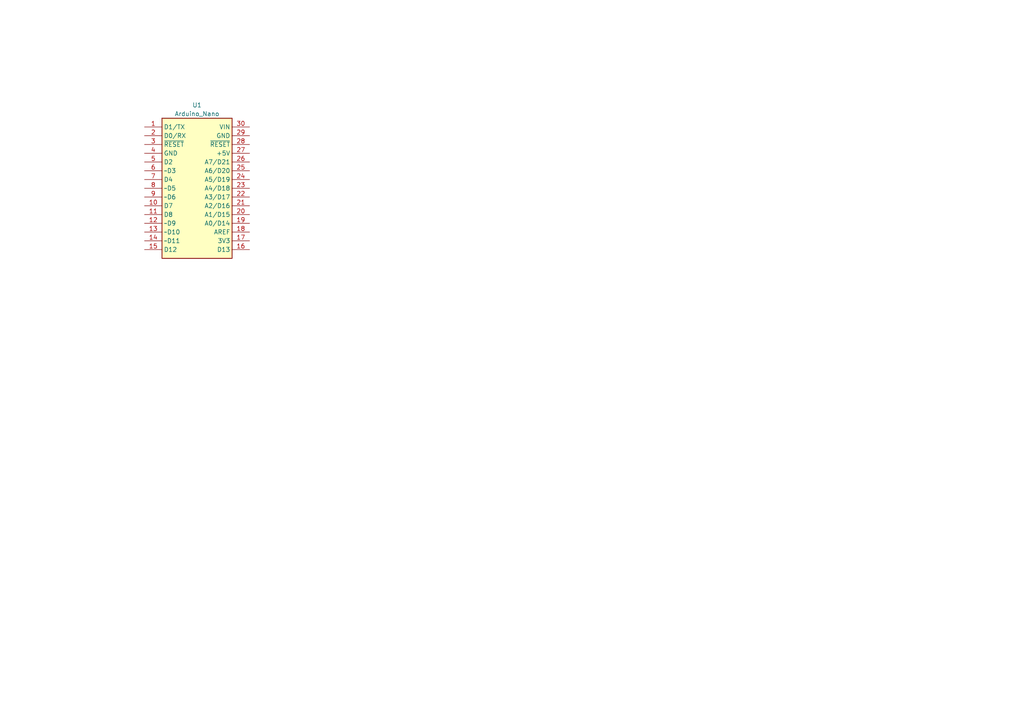
<source format=kicad_sch>
(kicad_sch (version 20230121) (generator eeschema)
  (paper "A4")
  (lib_symbols
    (symbol "delta_flop_pre:Arduino_Nano"
      (property "Reference" "U1" (at 0 25.4 0))
      (property "Value" "Arduino_Nano" (at 0 22.86 0))
      (symbol "Arduino_Nano_0_1"
        (rectangle (start -10.16 20.32) (end 10.16 -20.32) (stroke (width 0.254)) (fill (type background)))
      )
      (symbol "Arduino_Nano_1_1"
        (pin bidirectional line (at -15.24 17.78 0) (length 5.08) (name "D1/TX") (number "1"))
        (pin bidirectional line (at -15.24 -5.08 0) (length 5.08) (name "D7") (number "10"))
        (pin bidirectional line (at -15.24 -7.62 0) (length 5.08) (name "D8") (number "11"))
        (pin bidirectional line (at -15.24 -10.16 0) (length 5.08) (name "~D9") (number "12"))
        (pin bidirectional line (at -15.24 -12.7 0) (length 5.08) (name "~D10") (number "13"))
        (pin bidirectional line (at -15.24 -15.24 0) (length 5.08) (name "~D11") (number "14"))
        (pin bidirectional line (at -15.24 -17.78 0) (length 5.08) (name "D12") (number "15"))
        (pin bidirectional line (at 15.24 -17.78 180) (length 5.08) (name "D13") (number "16"))
        (pin power_out line (at 15.24 -15.24 180) (length 5.08) (name "3V3") (number "17"))
        (pin input line (at 15.24 -12.7 180) (length 5.08) (name "AREF") (number "18"))
        (pin bidirectional line (at 15.24 -10.16 180) (length 5.08) (name "A0/D14") (number "19"))
        (pin bidirectional line (at -15.24 15.24 0) (length 5.08) (name "D0/RX") (number "2"))
        (pin bidirectional line (at 15.24 -7.62 180) (length 5.08) (name "A1/D15") (number "20"))
        (pin bidirectional line (at 15.24 -5.08 180) (length 5.08) (name "A2/D16") (number "21"))
        (pin bidirectional line (at 15.24 -2.54 180) (length 5.08) (name "A3/D17") (number "22"))
        (pin bidirectional line (at 15.24 0 180) (length 5.08) (name "A4/D18") (number "23"))
        (pin bidirectional line (at 15.24 2.54 180) (length 5.08) (name "A5/D19") (number "24"))
        (pin bidirectional line (at 15.24 5.08 180) (length 5.08) (name "A6/D20") (number "25"))
        (pin bidirectional line (at 15.24 7.62 180) (length 5.08) (name "A7/D21") (number "26"))
        (pin power_out line (at 15.24 10.16 180) (length 5.08) (name "+5V") (number "27"))
        (pin input line (at 15.24 12.7 180) (length 5.08) (name "~{RESET}") (number "28"))
        (pin power_in line (at 15.24 15.24 180) (length 5.08) (name "GND") (number "29"))
        (pin input line (at -15.24 12.7 0) (length 5.08) (name "~{RESET}") (number "3"))
        (pin power_in line (at 15.24 17.78 180) (length 5.08) (name "VIN") (number "30"))
        (pin power_in line (at -15.24 10.16 0) (length 5.08) (name "GND") (number "4"))
        (pin bidirectional line (at -15.24 7.62 0) (length 5.08) (name "D2") (number "5"))
        (pin bidirectional line (at -15.24 5.08 0) (length 5.08) (name "~D3") (number "6"))
        (pin bidirectional line (at -15.24 2.54 0) (length 5.08) (name "D4") (number "7"))
        (pin bidirectional line (at -15.24 0 0) (length 5.08) (name "~D5") (number "8"))
        (pin bidirectional line (at -15.24 -2.54 0) (length 5.08) (name "~D6") (number "9"))
      )
    )
  )
  (symbol (lib_id "delta_flop_pre:Arduino_Nano") (at 57.15 54.61 0) (unit 1)
    (property "Reference" "U1" (at 57.15 30.48 0))
    (property "Value" "Arduino_Nano" (at 57.15 33.02 0))
    (property "Footprint" "delta_flop_pre:Arduino_Nano" (effects hide))
    (property "Datasheet" "https://store.arduino.cc/usa/arduino-nano" (effects hide))
    (property "Название" "Программируемый контроллер на базе ATmega328P Arduino Nano " (effects hide))
  )
)
</source>
